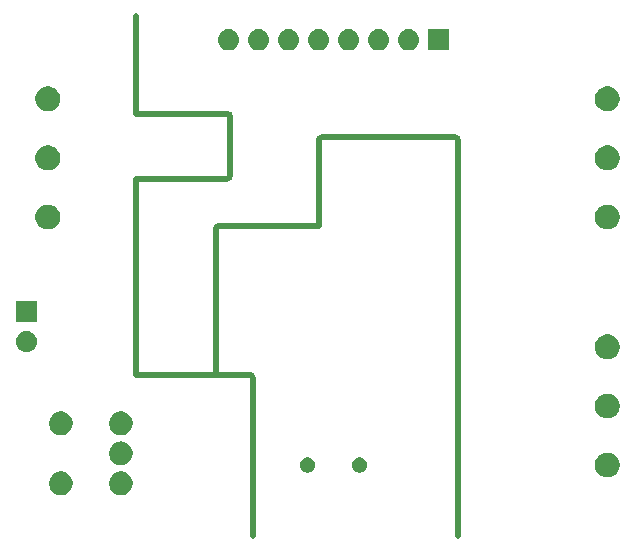
<source format=gbs>
G04 #@! TF.GenerationSoftware,KiCad,Pcbnew,5.1.4-e60b266~84~ubuntu18.04.1*
G04 #@! TF.CreationDate,2019-11-15T21:22:24-08:00*
G04 #@! TF.ProjectId,VehicleAccessoryControllerTestBoard,56656869-636c-4654-9163-636573736f72,0.0*
G04 #@! TF.SameCoordinates,PX7829b80PY4c4b400*
G04 #@! TF.FileFunction,Soldermask,Bot*
G04 #@! TF.FilePolarity,Negative*
%FSLAX46Y46*%
G04 Gerber Fmt 4.6, Leading zero omitted, Abs format (unit mm)*
G04 Created by KiCad (PCBNEW 5.1.4-e60b266~84~ubuntu18.04.1) date 2019-11-15 21:22:24*
%MOMM*%
%LPD*%
G04 APERTURE LIST*
%ADD10C,0.508000*%
%ADD11C,0.100000*%
G04 APERTURE END LIST*
D10*
X19145000Y-28600000D02*
X19145000Y-42000000D01*
X16300000Y-15745000D02*
X24745000Y-15745000D01*
X9255000Y2000000D02*
X9255000Y-6245000D01*
X9255000Y-28345000D02*
X18890000Y-28345000D01*
X17254000Y-6500000D02*
X17254000Y-11500000D01*
X17000000Y-6246000D02*
G75*
G02X17254000Y-6500000I0J-254000D01*
G01*
X36300000Y-8246000D02*
G75*
G02X36554000Y-8500000I0J-254000D01*
G01*
X18890000Y-28346000D02*
G75*
G02X19144000Y-28600000I0J-254000D01*
G01*
X17000000Y-11755000D02*
X9255000Y-11755000D01*
X17254000Y-11500000D02*
G75*
G02X17000000Y-11754000I-254000J0D01*
G01*
X9255000Y-6245000D02*
X17000000Y-6245000D01*
X24745000Y-15745000D02*
X24745000Y-8500000D01*
X16045000Y-28345000D02*
X16046000Y-16000000D01*
X24746000Y-8500000D02*
G75*
G02X25000000Y-8246000I254000J0D01*
G01*
X25000000Y-8245000D02*
X36300000Y-8245000D01*
X9255000Y-11755000D02*
X9255000Y-28345000D01*
X36554000Y-8500000D02*
X36555000Y-42000000D01*
X16046000Y-16000000D02*
G75*
G02X16300000Y-15746000I254000J0D01*
G01*
D11*
G36*
X8291981Y-36577468D02*
G01*
X8409105Y-36625983D01*
X8469502Y-36651000D01*
X8474151Y-36652926D01*
X8638100Y-36762473D01*
X8777527Y-36901900D01*
X8887074Y-37065849D01*
X8962532Y-37248019D01*
X9001000Y-37441410D01*
X9001000Y-37638590D01*
X8962532Y-37831981D01*
X8887074Y-38014151D01*
X8777527Y-38178100D01*
X8638100Y-38317527D01*
X8474151Y-38427074D01*
X8291981Y-38502532D01*
X8195285Y-38521766D01*
X8098591Y-38541000D01*
X7901409Y-38541000D01*
X7804715Y-38521766D01*
X7708019Y-38502532D01*
X7525849Y-38427074D01*
X7361900Y-38317527D01*
X7222473Y-38178100D01*
X7112926Y-38014151D01*
X7037468Y-37831981D01*
X6999000Y-37638590D01*
X6999000Y-37441410D01*
X7037468Y-37248019D01*
X7112926Y-37065849D01*
X7222473Y-36901900D01*
X7361900Y-36762473D01*
X7525849Y-36652926D01*
X7530499Y-36651000D01*
X7590895Y-36625983D01*
X7708019Y-36577468D01*
X7901409Y-36539000D01*
X8098591Y-36539000D01*
X8291981Y-36577468D01*
X8291981Y-36577468D01*
G37*
G36*
X3211981Y-36577468D02*
G01*
X3329105Y-36625983D01*
X3389502Y-36651000D01*
X3394151Y-36652926D01*
X3558100Y-36762473D01*
X3697527Y-36901900D01*
X3807074Y-37065849D01*
X3882532Y-37248019D01*
X3921000Y-37441410D01*
X3921000Y-37638590D01*
X3882532Y-37831981D01*
X3807074Y-38014151D01*
X3697527Y-38178100D01*
X3558100Y-38317527D01*
X3394151Y-38427074D01*
X3211981Y-38502532D01*
X3115285Y-38521766D01*
X3018591Y-38541000D01*
X2821409Y-38541000D01*
X2724715Y-38521766D01*
X2628019Y-38502532D01*
X2445849Y-38427074D01*
X2281900Y-38317527D01*
X2142473Y-38178100D01*
X2032926Y-38014151D01*
X1957468Y-37831981D01*
X1919000Y-37638590D01*
X1919000Y-37441410D01*
X1957468Y-37248019D01*
X2032926Y-37065849D01*
X2142473Y-36901900D01*
X2281900Y-36762473D01*
X2445849Y-36652926D01*
X2450499Y-36651000D01*
X2510895Y-36625983D01*
X2628019Y-36577468D01*
X2821409Y-36539000D01*
X3018591Y-36539000D01*
X3211981Y-36577468D01*
X3211981Y-36577468D01*
G37*
G36*
X49496564Y-34989389D02*
G01*
X49687833Y-35068615D01*
X49687835Y-35068616D01*
X49859973Y-35183635D01*
X50006365Y-35330027D01*
X50102666Y-35474151D01*
X50121385Y-35502167D01*
X50200611Y-35693436D01*
X50241000Y-35896484D01*
X50241000Y-36103516D01*
X50200611Y-36306564D01*
X50199866Y-36308362D01*
X50121384Y-36497835D01*
X50006365Y-36669973D01*
X49859973Y-36816365D01*
X49687835Y-36931384D01*
X49687834Y-36931385D01*
X49687833Y-36931385D01*
X49496564Y-37010611D01*
X49293516Y-37051000D01*
X49086484Y-37051000D01*
X48883436Y-37010611D01*
X48692167Y-36931385D01*
X48692166Y-36931385D01*
X48692165Y-36931384D01*
X48520027Y-36816365D01*
X48373635Y-36669973D01*
X48258616Y-36497835D01*
X48180134Y-36308362D01*
X48179389Y-36306564D01*
X48139000Y-36103516D01*
X48139000Y-35896484D01*
X48179389Y-35693436D01*
X48258615Y-35502167D01*
X48277335Y-35474151D01*
X48373635Y-35330027D01*
X48520027Y-35183635D01*
X48692165Y-35068616D01*
X48692167Y-35068615D01*
X48883436Y-34989389D01*
X49086484Y-34949000D01*
X49293516Y-34949000D01*
X49496564Y-34989389D01*
X49496564Y-34989389D01*
G37*
G36*
X23989890Y-35374017D02*
G01*
X24108364Y-35423091D01*
X24214988Y-35494335D01*
X24305665Y-35585012D01*
X24341137Y-35638099D01*
X24376910Y-35691638D01*
X24425983Y-35810110D01*
X24451000Y-35935881D01*
X24451000Y-36064119D01*
X24425983Y-36189890D01*
X24376909Y-36308364D01*
X24305665Y-36414988D01*
X24214988Y-36505665D01*
X24108364Y-36576909D01*
X24108363Y-36576910D01*
X24108362Y-36576910D01*
X23989890Y-36625983D01*
X23864119Y-36651000D01*
X23735881Y-36651000D01*
X23610110Y-36625983D01*
X23491638Y-36576910D01*
X23491637Y-36576910D01*
X23491636Y-36576909D01*
X23385012Y-36505665D01*
X23294335Y-36414988D01*
X23223091Y-36308364D01*
X23174017Y-36189890D01*
X23149000Y-36064119D01*
X23149000Y-35935881D01*
X23174017Y-35810110D01*
X23223090Y-35691638D01*
X23258864Y-35638099D01*
X23294335Y-35585012D01*
X23385012Y-35494335D01*
X23491636Y-35423091D01*
X23610110Y-35374017D01*
X23735881Y-35349000D01*
X23864119Y-35349000D01*
X23989890Y-35374017D01*
X23989890Y-35374017D01*
G37*
G36*
X28389890Y-35374017D02*
G01*
X28508364Y-35423091D01*
X28614988Y-35494335D01*
X28705665Y-35585012D01*
X28741137Y-35638099D01*
X28776910Y-35691638D01*
X28825983Y-35810110D01*
X28851000Y-35935881D01*
X28851000Y-36064119D01*
X28825983Y-36189890D01*
X28776909Y-36308364D01*
X28705665Y-36414988D01*
X28614988Y-36505665D01*
X28508364Y-36576909D01*
X28508363Y-36576910D01*
X28508362Y-36576910D01*
X28389890Y-36625983D01*
X28264119Y-36651000D01*
X28135881Y-36651000D01*
X28010110Y-36625983D01*
X27891638Y-36576910D01*
X27891637Y-36576910D01*
X27891636Y-36576909D01*
X27785012Y-36505665D01*
X27694335Y-36414988D01*
X27623091Y-36308364D01*
X27574017Y-36189890D01*
X27549000Y-36064119D01*
X27549000Y-35935881D01*
X27574017Y-35810110D01*
X27623090Y-35691638D01*
X27658864Y-35638099D01*
X27694335Y-35585012D01*
X27785012Y-35494335D01*
X27891636Y-35423091D01*
X28010110Y-35374017D01*
X28135881Y-35349000D01*
X28264119Y-35349000D01*
X28389890Y-35374017D01*
X28389890Y-35374017D01*
G37*
G36*
X8195285Y-34018234D02*
G01*
X8291981Y-34037468D01*
X8474151Y-34112926D01*
X8638100Y-34222473D01*
X8777527Y-34361900D01*
X8887074Y-34525849D01*
X8962532Y-34708019D01*
X9001000Y-34901410D01*
X9001000Y-35098590D01*
X8962532Y-35291981D01*
X8887074Y-35474151D01*
X8777527Y-35638100D01*
X8638100Y-35777527D01*
X8474151Y-35887074D01*
X8474150Y-35887075D01*
X8474149Y-35887075D01*
X8451429Y-35896486D01*
X8291981Y-35962532D01*
X8195285Y-35981766D01*
X8098591Y-36001000D01*
X7901409Y-36001000D01*
X7804715Y-35981766D01*
X7708019Y-35962532D01*
X7548571Y-35896486D01*
X7525851Y-35887075D01*
X7525850Y-35887075D01*
X7525849Y-35887074D01*
X7361900Y-35777527D01*
X7222473Y-35638100D01*
X7112926Y-35474151D01*
X7037468Y-35291981D01*
X6999000Y-35098590D01*
X6999000Y-34901410D01*
X7037468Y-34708019D01*
X7112926Y-34525849D01*
X7222473Y-34361900D01*
X7361900Y-34222473D01*
X7525849Y-34112926D01*
X7708019Y-34037468D01*
X7804715Y-34018234D01*
X7901409Y-33999000D01*
X8098591Y-33999000D01*
X8195285Y-34018234D01*
X8195285Y-34018234D01*
G37*
G36*
X3211981Y-31497468D02*
G01*
X3394151Y-31572926D01*
X3558100Y-31682473D01*
X3697527Y-31821900D01*
X3770682Y-31931385D01*
X3807075Y-31985851D01*
X3817331Y-32010611D01*
X3882532Y-32168019D01*
X3921000Y-32361410D01*
X3921000Y-32558590D01*
X3882532Y-32751981D01*
X3807074Y-32934151D01*
X3697527Y-33098100D01*
X3558100Y-33237527D01*
X3394151Y-33347074D01*
X3211981Y-33422532D01*
X3115285Y-33441766D01*
X3018591Y-33461000D01*
X2821409Y-33461000D01*
X2724715Y-33441766D01*
X2628019Y-33422532D01*
X2445849Y-33347074D01*
X2281900Y-33237527D01*
X2142473Y-33098100D01*
X2032926Y-32934151D01*
X1957468Y-32751981D01*
X1919000Y-32558590D01*
X1919000Y-32361410D01*
X1957468Y-32168019D01*
X2022669Y-32010611D01*
X2032925Y-31985851D01*
X2069318Y-31931385D01*
X2142473Y-31821900D01*
X2281900Y-31682473D01*
X2445849Y-31572926D01*
X2628019Y-31497468D01*
X2821409Y-31459000D01*
X3018591Y-31459000D01*
X3211981Y-31497468D01*
X3211981Y-31497468D01*
G37*
G36*
X8291981Y-31497468D02*
G01*
X8474151Y-31572926D01*
X8638100Y-31682473D01*
X8777527Y-31821900D01*
X8850682Y-31931385D01*
X8887075Y-31985851D01*
X8897331Y-32010611D01*
X8962532Y-32168019D01*
X9001000Y-32361410D01*
X9001000Y-32558590D01*
X8962532Y-32751981D01*
X8887074Y-32934151D01*
X8777527Y-33098100D01*
X8638100Y-33237527D01*
X8474151Y-33347074D01*
X8291981Y-33422532D01*
X8195285Y-33441766D01*
X8098591Y-33461000D01*
X7901409Y-33461000D01*
X7804715Y-33441766D01*
X7708019Y-33422532D01*
X7525849Y-33347074D01*
X7361900Y-33237527D01*
X7222473Y-33098100D01*
X7112926Y-32934151D01*
X7037468Y-32751981D01*
X6999000Y-32558590D01*
X6999000Y-32361410D01*
X7037468Y-32168019D01*
X7102669Y-32010611D01*
X7112925Y-31985851D01*
X7149318Y-31931385D01*
X7222473Y-31821900D01*
X7361900Y-31682473D01*
X7525849Y-31572926D01*
X7708019Y-31497468D01*
X7901409Y-31459000D01*
X8098591Y-31459000D01*
X8291981Y-31497468D01*
X8291981Y-31497468D01*
G37*
G36*
X49496564Y-29989389D02*
G01*
X49687833Y-30068615D01*
X49687835Y-30068616D01*
X49859973Y-30183635D01*
X50006365Y-30330027D01*
X50121385Y-30502167D01*
X50200611Y-30693436D01*
X50241000Y-30896484D01*
X50241000Y-31103516D01*
X50200611Y-31306564D01*
X50137470Y-31459000D01*
X50121384Y-31497835D01*
X50006365Y-31669973D01*
X49859973Y-31816365D01*
X49687835Y-31931384D01*
X49687834Y-31931385D01*
X49687833Y-31931385D01*
X49496564Y-32010611D01*
X49293516Y-32051000D01*
X49086484Y-32051000D01*
X48883436Y-32010611D01*
X48692167Y-31931385D01*
X48692166Y-31931385D01*
X48692165Y-31931384D01*
X48520027Y-31816365D01*
X48373635Y-31669973D01*
X48258616Y-31497835D01*
X48242530Y-31459000D01*
X48179389Y-31306564D01*
X48139000Y-31103516D01*
X48139000Y-30896484D01*
X48179389Y-30693436D01*
X48258615Y-30502167D01*
X48373635Y-30330027D01*
X48520027Y-30183635D01*
X48692165Y-30068616D01*
X48692167Y-30068615D01*
X48883436Y-29989389D01*
X49086484Y-29949000D01*
X49293516Y-29949000D01*
X49496564Y-29989389D01*
X49496564Y-29989389D01*
G37*
G36*
X49496564Y-24989389D02*
G01*
X49687833Y-25068615D01*
X49687835Y-25068616D01*
X49859973Y-25183635D01*
X50006365Y-25330027D01*
X50121385Y-25502167D01*
X50200611Y-25693436D01*
X50241000Y-25896484D01*
X50241000Y-26103516D01*
X50200611Y-26306564D01*
X50171666Y-26376443D01*
X50121384Y-26497835D01*
X50006365Y-26669973D01*
X49859973Y-26816365D01*
X49687835Y-26931384D01*
X49687834Y-26931385D01*
X49687833Y-26931385D01*
X49496564Y-27010611D01*
X49293516Y-27051000D01*
X49086484Y-27051000D01*
X48883436Y-27010611D01*
X48692167Y-26931385D01*
X48692166Y-26931385D01*
X48692165Y-26931384D01*
X48520027Y-26816365D01*
X48373635Y-26669973D01*
X48258616Y-26497835D01*
X48208334Y-26376443D01*
X48179389Y-26306564D01*
X48139000Y-26103516D01*
X48139000Y-25896484D01*
X48179389Y-25693436D01*
X48258615Y-25502167D01*
X48373635Y-25330027D01*
X48520027Y-25183635D01*
X48692165Y-25068616D01*
X48692167Y-25068615D01*
X48883436Y-24989389D01*
X49086484Y-24949000D01*
X49293516Y-24949000D01*
X49496564Y-24989389D01*
X49496564Y-24989389D01*
G37*
G36*
X110442Y-24645518D02*
G01*
X176627Y-24652037D01*
X346466Y-24703557D01*
X502991Y-24787222D01*
X538729Y-24816552D01*
X640186Y-24899814D01*
X713697Y-24989389D01*
X752778Y-25037009D01*
X836443Y-25193534D01*
X887963Y-25363373D01*
X905359Y-25540000D01*
X887963Y-25716627D01*
X836443Y-25886466D01*
X752778Y-26042991D01*
X723448Y-26078729D01*
X640186Y-26180186D01*
X538729Y-26263448D01*
X502991Y-26292778D01*
X346466Y-26376443D01*
X176627Y-26427963D01*
X110443Y-26434481D01*
X44260Y-26441000D01*
X-44260Y-26441000D01*
X-110443Y-26434481D01*
X-176627Y-26427963D01*
X-346466Y-26376443D01*
X-502991Y-26292778D01*
X-538729Y-26263448D01*
X-640186Y-26180186D01*
X-723448Y-26078729D01*
X-752778Y-26042991D01*
X-836443Y-25886466D01*
X-887963Y-25716627D01*
X-905359Y-25540000D01*
X-887963Y-25363373D01*
X-836443Y-25193534D01*
X-752778Y-25037009D01*
X-713697Y-24989389D01*
X-640186Y-24899814D01*
X-538729Y-24816552D01*
X-502991Y-24787222D01*
X-346466Y-24703557D01*
X-176627Y-24652037D01*
X-110443Y-24645519D01*
X-44260Y-24639000D01*
X44260Y-24639000D01*
X110442Y-24645518D01*
X110442Y-24645518D01*
G37*
G36*
X901000Y-23901000D02*
G01*
X-901000Y-23901000D01*
X-901000Y-22099000D01*
X901000Y-22099000D01*
X901000Y-23901000D01*
X901000Y-23901000D01*
G37*
G36*
X49496564Y-13989389D02*
G01*
X49687833Y-14068615D01*
X49687835Y-14068616D01*
X49859973Y-14183635D01*
X50006365Y-14330027D01*
X50121385Y-14502167D01*
X50200611Y-14693436D01*
X50241000Y-14896484D01*
X50241000Y-15103516D01*
X50200611Y-15306564D01*
X50121385Y-15497833D01*
X50121384Y-15497835D01*
X50006365Y-15669973D01*
X49859973Y-15816365D01*
X49687835Y-15931384D01*
X49687834Y-15931385D01*
X49687833Y-15931385D01*
X49496564Y-16010611D01*
X49293516Y-16051000D01*
X49086484Y-16051000D01*
X48883436Y-16010611D01*
X48692167Y-15931385D01*
X48692166Y-15931385D01*
X48692165Y-15931384D01*
X48520027Y-15816365D01*
X48373635Y-15669973D01*
X48258616Y-15497835D01*
X48258615Y-15497833D01*
X48179389Y-15306564D01*
X48139000Y-15103516D01*
X48139000Y-14896484D01*
X48179389Y-14693436D01*
X48258615Y-14502167D01*
X48373635Y-14330027D01*
X48520027Y-14183635D01*
X48692165Y-14068616D01*
X48692167Y-14068615D01*
X48883436Y-13989389D01*
X49086484Y-13949000D01*
X49293516Y-13949000D01*
X49496564Y-13989389D01*
X49496564Y-13989389D01*
G37*
G36*
X2116564Y-13989389D02*
G01*
X2307833Y-14068615D01*
X2307835Y-14068616D01*
X2479973Y-14183635D01*
X2626365Y-14330027D01*
X2741385Y-14502167D01*
X2820611Y-14693436D01*
X2861000Y-14896484D01*
X2861000Y-15103516D01*
X2820611Y-15306564D01*
X2741385Y-15497833D01*
X2741384Y-15497835D01*
X2626365Y-15669973D01*
X2479973Y-15816365D01*
X2307835Y-15931384D01*
X2307834Y-15931385D01*
X2307833Y-15931385D01*
X2116564Y-16010611D01*
X1913516Y-16051000D01*
X1706484Y-16051000D01*
X1503436Y-16010611D01*
X1312167Y-15931385D01*
X1312166Y-15931385D01*
X1312165Y-15931384D01*
X1140027Y-15816365D01*
X993635Y-15669973D01*
X878616Y-15497835D01*
X878615Y-15497833D01*
X799389Y-15306564D01*
X759000Y-15103516D01*
X759000Y-14896484D01*
X799389Y-14693436D01*
X878615Y-14502167D01*
X993635Y-14330027D01*
X1140027Y-14183635D01*
X1312165Y-14068616D01*
X1312167Y-14068615D01*
X1503436Y-13989389D01*
X1706484Y-13949000D01*
X1913516Y-13949000D01*
X2116564Y-13989389D01*
X2116564Y-13989389D01*
G37*
G36*
X2116564Y-8989389D02*
G01*
X2307833Y-9068615D01*
X2307835Y-9068616D01*
X2479973Y-9183635D01*
X2626365Y-9330027D01*
X2741385Y-9502167D01*
X2820611Y-9693436D01*
X2861000Y-9896484D01*
X2861000Y-10103516D01*
X2820611Y-10306564D01*
X2741385Y-10497833D01*
X2741384Y-10497835D01*
X2626365Y-10669973D01*
X2479973Y-10816365D01*
X2307835Y-10931384D01*
X2307834Y-10931385D01*
X2307833Y-10931385D01*
X2116564Y-11010611D01*
X1913516Y-11051000D01*
X1706484Y-11051000D01*
X1503436Y-11010611D01*
X1312167Y-10931385D01*
X1312166Y-10931385D01*
X1312165Y-10931384D01*
X1140027Y-10816365D01*
X993635Y-10669973D01*
X878616Y-10497835D01*
X878615Y-10497833D01*
X799389Y-10306564D01*
X759000Y-10103516D01*
X759000Y-9896484D01*
X799389Y-9693436D01*
X878615Y-9502167D01*
X993635Y-9330027D01*
X1140027Y-9183635D01*
X1312165Y-9068616D01*
X1312167Y-9068615D01*
X1503436Y-8989389D01*
X1706484Y-8949000D01*
X1913516Y-8949000D01*
X2116564Y-8989389D01*
X2116564Y-8989389D01*
G37*
G36*
X49496564Y-8989389D02*
G01*
X49687833Y-9068615D01*
X49687835Y-9068616D01*
X49859973Y-9183635D01*
X50006365Y-9330027D01*
X50121385Y-9502167D01*
X50200611Y-9693436D01*
X50241000Y-9896484D01*
X50241000Y-10103516D01*
X50200611Y-10306564D01*
X50121385Y-10497833D01*
X50121384Y-10497835D01*
X50006365Y-10669973D01*
X49859973Y-10816365D01*
X49687835Y-10931384D01*
X49687834Y-10931385D01*
X49687833Y-10931385D01*
X49496564Y-11010611D01*
X49293516Y-11051000D01*
X49086484Y-11051000D01*
X48883436Y-11010611D01*
X48692167Y-10931385D01*
X48692166Y-10931385D01*
X48692165Y-10931384D01*
X48520027Y-10816365D01*
X48373635Y-10669973D01*
X48258616Y-10497835D01*
X48258615Y-10497833D01*
X48179389Y-10306564D01*
X48139000Y-10103516D01*
X48139000Y-9896484D01*
X48179389Y-9693436D01*
X48258615Y-9502167D01*
X48373635Y-9330027D01*
X48520027Y-9183635D01*
X48692165Y-9068616D01*
X48692167Y-9068615D01*
X48883436Y-8989389D01*
X49086484Y-8949000D01*
X49293516Y-8949000D01*
X49496564Y-8989389D01*
X49496564Y-8989389D01*
G37*
G36*
X2116564Y-3989389D02*
G01*
X2307833Y-4068615D01*
X2307835Y-4068616D01*
X2479973Y-4183635D01*
X2626365Y-4330027D01*
X2741385Y-4502167D01*
X2820611Y-4693436D01*
X2861000Y-4896484D01*
X2861000Y-5103516D01*
X2820611Y-5306564D01*
X2741385Y-5497833D01*
X2741384Y-5497835D01*
X2626365Y-5669973D01*
X2479973Y-5816365D01*
X2307835Y-5931384D01*
X2307834Y-5931385D01*
X2307833Y-5931385D01*
X2116564Y-6010611D01*
X1913516Y-6051000D01*
X1706484Y-6051000D01*
X1503436Y-6010611D01*
X1312167Y-5931385D01*
X1312166Y-5931385D01*
X1312165Y-5931384D01*
X1140027Y-5816365D01*
X993635Y-5669973D01*
X878616Y-5497835D01*
X878615Y-5497833D01*
X799389Y-5306564D01*
X759000Y-5103516D01*
X759000Y-4896484D01*
X799389Y-4693436D01*
X878615Y-4502167D01*
X993635Y-4330027D01*
X1140027Y-4183635D01*
X1312165Y-4068616D01*
X1312167Y-4068615D01*
X1503436Y-3989389D01*
X1706484Y-3949000D01*
X1913516Y-3949000D01*
X2116564Y-3989389D01*
X2116564Y-3989389D01*
G37*
G36*
X49496564Y-3989389D02*
G01*
X49687833Y-4068615D01*
X49687835Y-4068616D01*
X49859973Y-4183635D01*
X50006365Y-4330027D01*
X50121385Y-4502167D01*
X50200611Y-4693436D01*
X50241000Y-4896484D01*
X50241000Y-5103516D01*
X50200611Y-5306564D01*
X50121385Y-5497833D01*
X50121384Y-5497835D01*
X50006365Y-5669973D01*
X49859973Y-5816365D01*
X49687835Y-5931384D01*
X49687834Y-5931385D01*
X49687833Y-5931385D01*
X49496564Y-6010611D01*
X49293516Y-6051000D01*
X49086484Y-6051000D01*
X48883436Y-6010611D01*
X48692167Y-5931385D01*
X48692166Y-5931385D01*
X48692165Y-5931384D01*
X48520027Y-5816365D01*
X48373635Y-5669973D01*
X48258616Y-5497835D01*
X48258615Y-5497833D01*
X48179389Y-5306564D01*
X48139000Y-5103516D01*
X48139000Y-4896484D01*
X48179389Y-4693436D01*
X48258615Y-4502167D01*
X48373635Y-4330027D01*
X48520027Y-4183635D01*
X48692165Y-4068616D01*
X48692167Y-4068615D01*
X48883436Y-3989389D01*
X49086484Y-3949000D01*
X49293516Y-3949000D01*
X49496564Y-3989389D01*
X49496564Y-3989389D01*
G37*
G36*
X29920442Y894482D02*
G01*
X29986627Y887963D01*
X30156466Y836443D01*
X30312991Y752778D01*
X30348729Y723448D01*
X30450186Y640186D01*
X30533448Y538729D01*
X30562778Y502991D01*
X30646443Y346466D01*
X30697963Y176627D01*
X30715359Y0D01*
X30697963Y-176627D01*
X30646443Y-346466D01*
X30562778Y-502991D01*
X30533448Y-538729D01*
X30450186Y-640186D01*
X30348729Y-723448D01*
X30312991Y-752778D01*
X30156466Y-836443D01*
X29986627Y-887963D01*
X29920442Y-894482D01*
X29854260Y-901000D01*
X29765740Y-901000D01*
X29699558Y-894482D01*
X29633373Y-887963D01*
X29463534Y-836443D01*
X29307009Y-752778D01*
X29271271Y-723448D01*
X29169814Y-640186D01*
X29086552Y-538729D01*
X29057222Y-502991D01*
X28973557Y-346466D01*
X28922037Y-176627D01*
X28904641Y0D01*
X28922037Y176627D01*
X28973557Y346466D01*
X29057222Y502991D01*
X29086552Y538729D01*
X29169814Y640186D01*
X29271271Y723448D01*
X29307009Y752778D01*
X29463534Y836443D01*
X29633373Y887963D01*
X29699558Y894482D01*
X29765740Y901000D01*
X29854260Y901000D01*
X29920442Y894482D01*
X29920442Y894482D01*
G37*
G36*
X24840442Y894482D02*
G01*
X24906627Y887963D01*
X25076466Y836443D01*
X25232991Y752778D01*
X25268729Y723448D01*
X25370186Y640186D01*
X25453448Y538729D01*
X25482778Y502991D01*
X25566443Y346466D01*
X25617963Y176627D01*
X25635359Y0D01*
X25617963Y-176627D01*
X25566443Y-346466D01*
X25482778Y-502991D01*
X25453448Y-538729D01*
X25370186Y-640186D01*
X25268729Y-723448D01*
X25232991Y-752778D01*
X25076466Y-836443D01*
X24906627Y-887963D01*
X24840442Y-894482D01*
X24774260Y-901000D01*
X24685740Y-901000D01*
X24619558Y-894482D01*
X24553373Y-887963D01*
X24383534Y-836443D01*
X24227009Y-752778D01*
X24191271Y-723448D01*
X24089814Y-640186D01*
X24006552Y-538729D01*
X23977222Y-502991D01*
X23893557Y-346466D01*
X23842037Y-176627D01*
X23824641Y0D01*
X23842037Y176627D01*
X23893557Y346466D01*
X23977222Y502991D01*
X24006552Y538729D01*
X24089814Y640186D01*
X24191271Y723448D01*
X24227009Y752778D01*
X24383534Y836443D01*
X24553373Y887963D01*
X24619558Y894482D01*
X24685740Y901000D01*
X24774260Y901000D01*
X24840442Y894482D01*
X24840442Y894482D01*
G37*
G36*
X22300442Y894482D02*
G01*
X22366627Y887963D01*
X22536466Y836443D01*
X22692991Y752778D01*
X22728729Y723448D01*
X22830186Y640186D01*
X22913448Y538729D01*
X22942778Y502991D01*
X23026443Y346466D01*
X23077963Y176627D01*
X23095359Y0D01*
X23077963Y-176627D01*
X23026443Y-346466D01*
X22942778Y-502991D01*
X22913448Y-538729D01*
X22830186Y-640186D01*
X22728729Y-723448D01*
X22692991Y-752778D01*
X22536466Y-836443D01*
X22366627Y-887963D01*
X22300442Y-894482D01*
X22234260Y-901000D01*
X22145740Y-901000D01*
X22079558Y-894482D01*
X22013373Y-887963D01*
X21843534Y-836443D01*
X21687009Y-752778D01*
X21651271Y-723448D01*
X21549814Y-640186D01*
X21466552Y-538729D01*
X21437222Y-502991D01*
X21353557Y-346466D01*
X21302037Y-176627D01*
X21284641Y0D01*
X21302037Y176627D01*
X21353557Y346466D01*
X21437222Y502991D01*
X21466552Y538729D01*
X21549814Y640186D01*
X21651271Y723448D01*
X21687009Y752778D01*
X21843534Y836443D01*
X22013373Y887963D01*
X22079558Y894482D01*
X22145740Y901000D01*
X22234260Y901000D01*
X22300442Y894482D01*
X22300442Y894482D01*
G37*
G36*
X19760442Y894482D02*
G01*
X19826627Y887963D01*
X19996466Y836443D01*
X20152991Y752778D01*
X20188729Y723448D01*
X20290186Y640186D01*
X20373448Y538729D01*
X20402778Y502991D01*
X20486443Y346466D01*
X20537963Y176627D01*
X20555359Y0D01*
X20537963Y-176627D01*
X20486443Y-346466D01*
X20402778Y-502991D01*
X20373448Y-538729D01*
X20290186Y-640186D01*
X20188729Y-723448D01*
X20152991Y-752778D01*
X19996466Y-836443D01*
X19826627Y-887963D01*
X19760442Y-894482D01*
X19694260Y-901000D01*
X19605740Y-901000D01*
X19539558Y-894482D01*
X19473373Y-887963D01*
X19303534Y-836443D01*
X19147009Y-752778D01*
X19111271Y-723448D01*
X19009814Y-640186D01*
X18926552Y-538729D01*
X18897222Y-502991D01*
X18813557Y-346466D01*
X18762037Y-176627D01*
X18744641Y0D01*
X18762037Y176627D01*
X18813557Y346466D01*
X18897222Y502991D01*
X18926552Y538729D01*
X19009814Y640186D01*
X19111271Y723448D01*
X19147009Y752778D01*
X19303534Y836443D01*
X19473373Y887963D01*
X19539558Y894482D01*
X19605740Y901000D01*
X19694260Y901000D01*
X19760442Y894482D01*
X19760442Y894482D01*
G37*
G36*
X17220442Y894482D02*
G01*
X17286627Y887963D01*
X17456466Y836443D01*
X17612991Y752778D01*
X17648729Y723448D01*
X17750186Y640186D01*
X17833448Y538729D01*
X17862778Y502991D01*
X17946443Y346466D01*
X17997963Y176627D01*
X18015359Y0D01*
X17997963Y-176627D01*
X17946443Y-346466D01*
X17862778Y-502991D01*
X17833448Y-538729D01*
X17750186Y-640186D01*
X17648729Y-723448D01*
X17612991Y-752778D01*
X17456466Y-836443D01*
X17286627Y-887963D01*
X17220442Y-894482D01*
X17154260Y-901000D01*
X17065740Y-901000D01*
X16999558Y-894482D01*
X16933373Y-887963D01*
X16763534Y-836443D01*
X16607009Y-752778D01*
X16571271Y-723448D01*
X16469814Y-640186D01*
X16386552Y-538729D01*
X16357222Y-502991D01*
X16273557Y-346466D01*
X16222037Y-176627D01*
X16204641Y0D01*
X16222037Y176627D01*
X16273557Y346466D01*
X16357222Y502991D01*
X16386552Y538729D01*
X16469814Y640186D01*
X16571271Y723448D01*
X16607009Y752778D01*
X16763534Y836443D01*
X16933373Y887963D01*
X16999558Y894482D01*
X17065740Y901000D01*
X17154260Y901000D01*
X17220442Y894482D01*
X17220442Y894482D01*
G37*
G36*
X35791000Y-901000D02*
G01*
X33989000Y-901000D01*
X33989000Y901000D01*
X35791000Y901000D01*
X35791000Y-901000D01*
X35791000Y-901000D01*
G37*
G36*
X32460442Y894482D02*
G01*
X32526627Y887963D01*
X32696466Y836443D01*
X32852991Y752778D01*
X32888729Y723448D01*
X32990186Y640186D01*
X33073448Y538729D01*
X33102778Y502991D01*
X33186443Y346466D01*
X33237963Y176627D01*
X33255359Y0D01*
X33237963Y-176627D01*
X33186443Y-346466D01*
X33102778Y-502991D01*
X33073448Y-538729D01*
X32990186Y-640186D01*
X32888729Y-723448D01*
X32852991Y-752778D01*
X32696466Y-836443D01*
X32526627Y-887963D01*
X32460442Y-894482D01*
X32394260Y-901000D01*
X32305740Y-901000D01*
X32239558Y-894482D01*
X32173373Y-887963D01*
X32003534Y-836443D01*
X31847009Y-752778D01*
X31811271Y-723448D01*
X31709814Y-640186D01*
X31626552Y-538729D01*
X31597222Y-502991D01*
X31513557Y-346466D01*
X31462037Y-176627D01*
X31444641Y0D01*
X31462037Y176627D01*
X31513557Y346466D01*
X31597222Y502991D01*
X31626552Y538729D01*
X31709814Y640186D01*
X31811271Y723448D01*
X31847009Y752778D01*
X32003534Y836443D01*
X32173373Y887963D01*
X32239558Y894482D01*
X32305740Y901000D01*
X32394260Y901000D01*
X32460442Y894482D01*
X32460442Y894482D01*
G37*
G36*
X27380442Y894482D02*
G01*
X27446627Y887963D01*
X27616466Y836443D01*
X27772991Y752778D01*
X27808729Y723448D01*
X27910186Y640186D01*
X27993448Y538729D01*
X28022778Y502991D01*
X28106443Y346466D01*
X28157963Y176627D01*
X28175359Y0D01*
X28157963Y-176627D01*
X28106443Y-346466D01*
X28022778Y-502991D01*
X27993448Y-538729D01*
X27910186Y-640186D01*
X27808729Y-723448D01*
X27772991Y-752778D01*
X27616466Y-836443D01*
X27446627Y-887963D01*
X27380442Y-894482D01*
X27314260Y-901000D01*
X27225740Y-901000D01*
X27159558Y-894482D01*
X27093373Y-887963D01*
X26923534Y-836443D01*
X26767009Y-752778D01*
X26731271Y-723448D01*
X26629814Y-640186D01*
X26546552Y-538729D01*
X26517222Y-502991D01*
X26433557Y-346466D01*
X26382037Y-176627D01*
X26364641Y0D01*
X26382037Y176627D01*
X26433557Y346466D01*
X26517222Y502991D01*
X26546552Y538729D01*
X26629814Y640186D01*
X26731271Y723448D01*
X26767009Y752778D01*
X26923534Y836443D01*
X27093373Y887963D01*
X27159558Y894482D01*
X27225740Y901000D01*
X27314260Y901000D01*
X27380442Y894482D01*
X27380442Y894482D01*
G37*
M02*

</source>
